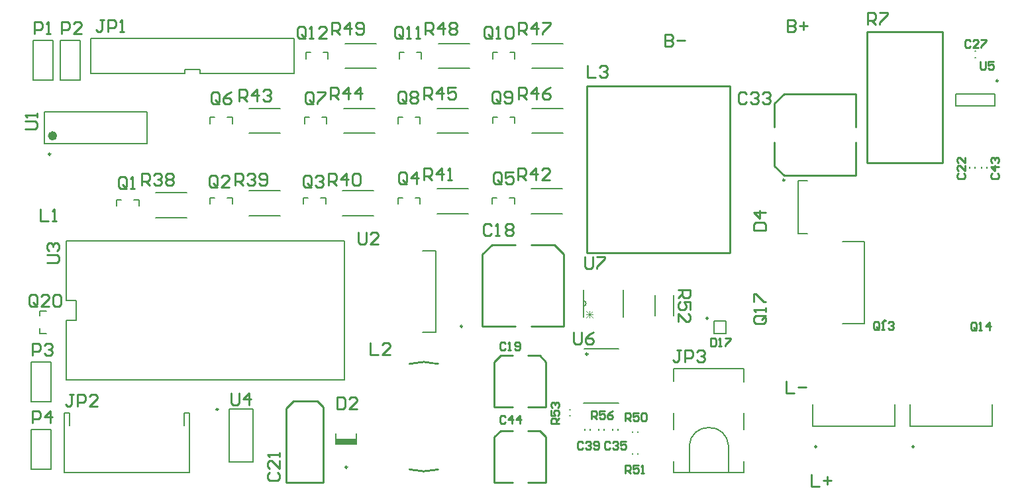
<source format=gto>
G04 Layer_Color=65535*
%FSAX24Y24*%
%MOIN*%
G70*
G01*
G75*
%ADD43C,0.0100*%
%ADD71C,0.0098*%
%ADD72C,0.0060*%
%ADD73C,0.0080*%
%ADD74C,0.0236*%
%ADD75C,0.0079*%
%ADD76C,0.0030*%
%ADD77R,0.1024X0.0306*%
D43*
X037737Y010688D02*
G03*
X039163Y010688I000713J002662D01*
G01*
Y016012D02*
G03*
X037737Y016012I-000713J-002662D01*
G01*
X043694Y010051D02*
X044599D01*
X043694Y012649D02*
X044284D01*
X042316D02*
X042906D01*
X042001Y010051D02*
X042906D01*
X042001Y012334D02*
X042316Y012649D01*
X042001Y010051D02*
Y012334D01*
X044284Y012649D02*
X044599Y012334D01*
Y010051D02*
Y012334D01*
X048575Y021600D02*
X053850D01*
Y030000D01*
X046650D02*
X053850D01*
X046650Y021600D02*
Y030000D01*
Y021600D02*
X048575D01*
X031510Y010050D02*
Y013770D01*
X033397Y010050D02*
X033400Y013850D01*
X031889Y014146D02*
X033100D01*
X033395Y013851D01*
X031510Y013767D02*
X031889Y014146D01*
X031510Y010050D02*
X033390D01*
X060750Y026150D02*
X061330D01*
X060750D02*
Y032750D01*
X064550D01*
Y026150D02*
Y032750D01*
X061330Y026150D02*
X064550D01*
X043844Y017903D02*
X045497D01*
X043844Y021997D02*
X045025D01*
X041875D02*
X043056D01*
X041403Y017903D02*
X043056D01*
X041403Y021525D02*
X041875Y021997D01*
X041403Y017903D02*
Y021525D01*
X045025Y021997D02*
X045497Y021525D01*
Y017903D02*
Y021525D01*
X060197Y027944D02*
Y029597D01*
X056103Y027944D02*
Y029125D01*
Y025975D02*
Y027156D01*
X060197Y025503D02*
Y027156D01*
X056103Y025975D02*
X056575Y025503D01*
X060197D01*
X056103Y029125D02*
X056575Y029597D01*
X060197D01*
X043694Y013826D02*
X044599D01*
X043694Y016424D02*
X044284D01*
X042316D02*
X042906D01*
X042001Y013826D02*
X042906D01*
X042001Y016109D02*
X042316Y016424D01*
X042001Y013826D02*
Y016109D01*
X044284Y016424D02*
X044599Y016109D01*
Y013826D02*
Y016109D01*
X042567Y013333D02*
X042500Y013400D01*
X042367D01*
X042300Y013333D01*
Y013067D01*
X042367Y013000D01*
X042500D01*
X042567Y013067D01*
X042900Y013000D02*
Y013400D01*
X042700Y013200D01*
X042966D01*
X043300Y013000D02*
Y013400D01*
X043100Y013200D01*
X043366D01*
X052900Y017300D02*
Y016900D01*
X053100D01*
X053167Y016967D01*
Y017233D01*
X053100Y017300D01*
X052900D01*
X053300Y016900D02*
X053433D01*
X053367D01*
Y017300D01*
X053300Y017233D01*
X053633Y017300D02*
X053900D01*
Y017233D01*
X053633Y016967D01*
Y016900D01*
X019150Y023800D02*
Y023200D01*
X019550D01*
X019750D02*
X019950D01*
X019850D01*
Y023800D01*
X019750Y023700D01*
X030700Y010550D02*
X030600Y010450D01*
Y010250D01*
X030700Y010150D01*
X031100D01*
X031200Y010250D01*
Y010450D01*
X031100Y010550D01*
X031200Y011150D02*
Y010750D01*
X030800Y011150D01*
X030700D01*
X030600Y011050D01*
Y010850D01*
X030700Y010750D01*
X031200Y011350D02*
Y011550D01*
Y011450D01*
X030600D01*
X030700Y011350D01*
X028750Y014550D02*
Y014050D01*
X028850Y013950D01*
X029050D01*
X029150Y014050D01*
Y014550D01*
X029650Y013950D02*
Y014550D01*
X029350Y014250D01*
X029750D01*
X041855Y022955D02*
X041755Y023055D01*
X041555D01*
X041455Y022955D01*
Y022555D01*
X041555Y022455D01*
X041755D01*
X041855Y022555D01*
X042055Y022455D02*
X042255D01*
X042155D01*
Y023055D01*
X042055Y022955D01*
X042555D02*
X042655Y023055D01*
X042855D01*
X042955Y022955D01*
Y022855D01*
X042855Y022755D01*
X042955Y022655D01*
Y022555D01*
X042855Y022455D01*
X042655D01*
X042555Y022555D01*
Y022655D01*
X042655Y022755D01*
X042555Y022855D01*
Y022955D01*
X042655Y022755D02*
X042855D01*
X042567Y017033D02*
X042500Y017100D01*
X042367D01*
X042300Y017033D01*
Y016767D01*
X042367Y016700D01*
X042500D01*
X042567Y016767D01*
X042700Y016700D02*
X042833D01*
X042767D01*
Y017100D01*
X042700Y017033D01*
X043033Y016767D02*
X043100Y016700D01*
X043233D01*
X043300Y016767D01*
Y017033D01*
X043233Y017100D01*
X043100D01*
X043033Y017033D01*
Y016967D01*
X043100Y016900D01*
X043300D01*
X065967Y032283D02*
X065900Y032350D01*
X065767D01*
X065700Y032283D01*
Y032017D01*
X065767Y031950D01*
X065900D01*
X065967Y032017D01*
X066366Y031950D02*
X066100D01*
X066366Y032217D01*
Y032283D01*
X066300Y032350D01*
X066167D01*
X066100Y032283D01*
X066500Y032350D02*
X066766D01*
Y032283D01*
X066500Y032017D01*
Y031950D01*
X054700Y029600D02*
X054600Y029700D01*
X054400D01*
X054300Y029600D01*
Y029200D01*
X054400Y029100D01*
X054600D01*
X054700Y029200D01*
X054900Y029600D02*
X055000Y029700D01*
X055200D01*
X055300Y029600D01*
Y029500D01*
X055200Y029400D01*
X055100D01*
X055200D01*
X055300Y029300D01*
Y029200D01*
X055200Y029100D01*
X055000D01*
X054900Y029200D01*
X055500Y029600D02*
X055600Y029700D01*
X055800D01*
X055899Y029600D01*
Y029500D01*
X055800Y029400D01*
X055700D01*
X055800D01*
X055899Y029300D01*
Y029200D01*
X055800Y029100D01*
X055600D01*
X055500Y029200D01*
X047817Y012033D02*
X047750Y012100D01*
X047617D01*
X047550Y012033D01*
Y011767D01*
X047617Y011700D01*
X047750D01*
X047817Y011767D01*
X047950Y012033D02*
X048017Y012100D01*
X048150D01*
X048216Y012033D01*
Y011967D01*
X048150Y011900D01*
X048083D01*
X048150D01*
X048216Y011833D01*
Y011767D01*
X048150Y011700D01*
X048017D01*
X047950Y011767D01*
X048616Y012100D02*
X048350D01*
Y011900D01*
X048483Y011967D01*
X048550D01*
X048616Y011900D01*
Y011767D01*
X048550Y011700D01*
X048416D01*
X048350Y011767D01*
X046467Y012033D02*
X046400Y012100D01*
X046267D01*
X046200Y012033D01*
Y011767D01*
X046267Y011700D01*
X046400D01*
X046467Y011767D01*
X046600Y012033D02*
X046667Y012100D01*
X046800D01*
X046866Y012033D01*
Y011967D01*
X046800Y011900D01*
X046733D01*
X046800D01*
X046866Y011833D01*
Y011767D01*
X046800Y011700D01*
X046667D01*
X046600Y011767D01*
X047000D02*
X047066Y011700D01*
X047200D01*
X047266Y011767D01*
Y012033D01*
X047200Y012100D01*
X047066D01*
X047000Y012033D01*
Y011967D01*
X047066Y011900D01*
X047266D01*
X034085Y014335D02*
Y013735D01*
X034385D01*
X034485Y013835D01*
Y014235D01*
X034385Y014335D01*
X034085D01*
X035085Y013735D02*
X034685D01*
X035085Y014135D01*
Y014235D01*
X034985Y014335D01*
X034785D01*
X034685Y014235D01*
X055050Y022750D02*
X055650D01*
Y023050D01*
X055550Y023150D01*
X055150D01*
X055050Y023050D01*
Y022750D01*
X055650Y023650D02*
X055050D01*
X055350Y023350D01*
Y023750D01*
X022350Y033350D02*
X022150D01*
X022250D01*
Y032850D01*
X022150Y032750D01*
X022050D01*
X021950Y032850D01*
X022550Y032750D02*
Y033350D01*
X022850D01*
X022950Y033250D01*
Y033050D01*
X022850Y032950D01*
X022550D01*
X023150Y032750D02*
X023350D01*
X023250D01*
Y033350D01*
X023150Y033250D01*
X020810Y014470D02*
X020610D01*
X020710D01*
Y013970D01*
X020610Y013870D01*
X020510D01*
X020410Y013970D01*
X021010Y013870D02*
Y014470D01*
X021310D01*
X021410Y014370D01*
Y014170D01*
X021310Y014070D01*
X021010D01*
X022009Y013870D02*
X021610D01*
X022009Y014270D01*
Y014370D01*
X021910Y014470D01*
X021710D01*
X021610Y014370D01*
X035755Y017055D02*
Y016455D01*
X036155D01*
X036755D02*
X036355D01*
X036755Y016855D01*
Y016955D01*
X036655Y017055D01*
X036455D01*
X036355Y016955D01*
X046700Y031050D02*
Y030450D01*
X047100D01*
X047300Y030950D02*
X047400Y031050D01*
X047600D01*
X047700Y030950D01*
Y030850D01*
X047600Y030750D01*
X047500D01*
X047600D01*
X047700Y030650D01*
Y030550D01*
X047600Y030450D01*
X047400D01*
X047300Y030550D01*
X018865Y032635D02*
Y033235D01*
X019165D01*
X019265Y033135D01*
Y032935D01*
X019165Y032835D01*
X018865D01*
X019465Y032635D02*
X019665D01*
X019565D01*
Y033235D01*
X019465Y033135D01*
X020215Y032635D02*
Y033235D01*
X020515D01*
X020615Y033135D01*
Y032935D01*
X020515Y032835D01*
X020215D01*
X021215Y032635D02*
X020815D01*
X021215Y033035D01*
Y033135D01*
X021115Y033235D01*
X020915D01*
X020815Y033135D01*
X018765Y016435D02*
Y017035D01*
X019065D01*
X019165Y016935D01*
Y016735D01*
X019065Y016635D01*
X018765D01*
X019365Y016935D02*
X019465Y017035D01*
X019665D01*
X019765Y016935D01*
Y016835D01*
X019665Y016735D01*
X019565D01*
X019665D01*
X019765Y016635D01*
Y016535D01*
X019665Y016435D01*
X019465D01*
X019365Y016535D01*
X018760Y013040D02*
Y013640D01*
X019060D01*
X019160Y013540D01*
Y013340D01*
X019060Y013240D01*
X018760D01*
X019660Y013040D02*
Y013640D01*
X019360Y013340D01*
X019760D01*
X023500Y024941D02*
Y025341D01*
X023400Y025441D01*
X023200D01*
X023100Y025341D01*
Y024941D01*
X023200Y024841D01*
X023400D01*
X023300Y025041D02*
X023500Y024841D01*
X023400D02*
X023500Y024941D01*
X023700Y024841D02*
X023900D01*
X023800D01*
Y025441D01*
X023700Y025341D01*
X028050Y025000D02*
Y025400D01*
X027950Y025500D01*
X027750D01*
X027650Y025400D01*
Y025000D01*
X027750Y024900D01*
X027950D01*
X027850Y025100D02*
X028050Y024900D01*
X027950D02*
X028050Y025000D01*
X028650Y024900D02*
X028250D01*
X028650Y025300D01*
Y025400D01*
X028550Y025500D01*
X028350D01*
X028250Y025400D01*
X032800Y025000D02*
Y025400D01*
X032700Y025500D01*
X032500D01*
X032400Y025400D01*
Y025000D01*
X032500Y024900D01*
X032700D01*
X032600Y025100D02*
X032800Y024900D01*
X032700D02*
X032800Y025000D01*
X033000Y025400D02*
X033100Y025500D01*
X033300D01*
X033400Y025400D01*
Y025300D01*
X033300Y025200D01*
X033200D01*
X033300D01*
X033400Y025100D01*
Y025000D01*
X033300Y024900D01*
X033100D01*
X033000Y025000D01*
X037605Y025165D02*
Y025565D01*
X037505Y025665D01*
X037305D01*
X037205Y025565D01*
Y025165D01*
X037305Y025065D01*
X037505D01*
X037405Y025265D02*
X037605Y025065D01*
X037505D02*
X037605Y025165D01*
X038105Y025065D02*
Y025665D01*
X037805Y025365D01*
X038205D01*
X042355Y025165D02*
Y025565D01*
X042255Y025665D01*
X042055D01*
X041955Y025565D01*
Y025165D01*
X042055Y025065D01*
X042255D01*
X042155Y025265D02*
X042355Y025065D01*
X042255D02*
X042355Y025165D01*
X042955Y025665D02*
X042555D01*
Y025365D01*
X042755Y025465D01*
X042855D01*
X042955Y025365D01*
Y025165D01*
X042855Y025065D01*
X042655D01*
X042555Y025165D01*
X028155Y029215D02*
Y029615D01*
X028055Y029715D01*
X027855D01*
X027755Y029615D01*
Y029215D01*
X027855Y029115D01*
X028055D01*
X027955Y029315D02*
X028155Y029115D01*
X028055D02*
X028155Y029215D01*
X028755Y029715D02*
X028555Y029615D01*
X028355Y029415D01*
Y029215D01*
X028455Y029115D01*
X028655D01*
X028755Y029215D01*
Y029315D01*
X028655Y029415D01*
X028355D01*
X032905Y029215D02*
Y029615D01*
X032805Y029715D01*
X032605D01*
X032505Y029615D01*
Y029215D01*
X032605Y029115D01*
X032805D01*
X032705Y029315D02*
X032905Y029115D01*
X032805D02*
X032905Y029215D01*
X033105Y029715D02*
X033505D01*
Y029615D01*
X033105Y029215D01*
Y029115D01*
X037550Y029250D02*
Y029650D01*
X037450Y029750D01*
X037250D01*
X037150Y029650D01*
Y029250D01*
X037250Y029150D01*
X037450D01*
X037350Y029350D02*
X037550Y029150D01*
X037450D02*
X037550Y029250D01*
X037750Y029650D02*
X037850Y029750D01*
X038050D01*
X038150Y029650D01*
Y029550D01*
X038050Y029450D01*
X038150Y029350D01*
Y029250D01*
X038050Y029150D01*
X037850D01*
X037750Y029250D01*
Y029350D01*
X037850Y029450D01*
X037750Y029550D01*
Y029650D01*
X037850Y029450D02*
X038050D01*
X042300Y029250D02*
Y029650D01*
X042200Y029750D01*
X042000D01*
X041900Y029650D01*
Y029250D01*
X042000Y029150D01*
X042200D01*
X042100Y029350D02*
X042300Y029150D01*
X042200D02*
X042300Y029250D01*
X042500D02*
X042600Y029150D01*
X042800D01*
X042900Y029250D01*
Y029650D01*
X042800Y029750D01*
X042600D01*
X042500Y029650D01*
Y029550D01*
X042600Y029450D01*
X042900D01*
X041873Y032514D02*
Y032914D01*
X041773Y033014D01*
X041573D01*
X041473Y032914D01*
Y032514D01*
X041573Y032414D01*
X041773D01*
X041673Y032614D02*
X041873Y032414D01*
X041773D02*
X041873Y032514D01*
X042073Y032414D02*
X042273D01*
X042173D01*
Y033014D01*
X042073Y032914D01*
X042572D02*
X042672Y033014D01*
X042872D01*
X042972Y032914D01*
Y032514D01*
X042872Y032414D01*
X042672D01*
X042572Y032514D01*
Y032914D01*
X037373Y032514D02*
Y032914D01*
X037273Y033014D01*
X037073D01*
X036973Y032914D01*
Y032514D01*
X037073Y032414D01*
X037273D01*
X037173Y032614D02*
X037373Y032414D01*
X037273D02*
X037373Y032514D01*
X037573Y032414D02*
X037773D01*
X037673D01*
Y033014D01*
X037573Y032914D01*
X038072Y032414D02*
X038272D01*
X038172D01*
Y033014D01*
X038072Y032914D01*
X032473Y032514D02*
Y032914D01*
X032373Y033014D01*
X032173D01*
X032073Y032914D01*
Y032514D01*
X032173Y032414D01*
X032373D01*
X032273Y032614D02*
X032473Y032414D01*
X032373D02*
X032473Y032514D01*
X032673Y032414D02*
X032873D01*
X032773D01*
Y033014D01*
X032673Y032914D01*
X033572Y032414D02*
X033172D01*
X033572Y032814D01*
Y032914D01*
X033472Y033014D01*
X033272D01*
X033172Y032914D01*
X061367Y017817D02*
Y018083D01*
X061300Y018150D01*
X061167D01*
X061100Y018083D01*
Y017817D01*
X061167Y017750D01*
X061300D01*
X061233Y017883D02*
X061367Y017750D01*
X061300D02*
X061367Y017817D01*
X061500Y017750D02*
X061633D01*
X061567D01*
Y018150D01*
X061500Y018083D01*
X061833D02*
X061900Y018150D01*
X062033D01*
X062100Y018083D01*
Y018017D01*
X062033Y017950D01*
X061966D01*
X062033D01*
X062100Y017883D01*
Y017817D01*
X062033Y017750D01*
X061900D01*
X061833Y017817D01*
X066267Y017767D02*
Y018033D01*
X066200Y018100D01*
X066067D01*
X066000Y018033D01*
Y017767D01*
X066067Y017700D01*
X066200D01*
X066133Y017833D02*
X066267Y017700D01*
X066200D02*
X066267Y017767D01*
X066400Y017700D02*
X066533D01*
X066467D01*
Y018100D01*
X066400Y018033D01*
X066933Y017700D02*
Y018100D01*
X066733Y017900D01*
X067000D01*
X055550Y018450D02*
X055150D01*
X055050Y018350D01*
Y018150D01*
X055150Y018050D01*
X055550D01*
X055650Y018150D01*
Y018350D01*
X055450Y018250D02*
X055650Y018450D01*
Y018350D02*
X055550Y018450D01*
X055650Y018650D02*
Y018850D01*
Y018750D01*
X055050D01*
X055150Y018650D01*
X055050Y019150D02*
Y019550D01*
X055150D01*
X055550Y019150D01*
X055650D01*
X019000Y019000D02*
Y019400D01*
X018900Y019500D01*
X018700D01*
X018600Y019400D01*
Y019000D01*
X018700Y018900D01*
X018900D01*
X018800Y019100D02*
X019000Y018900D01*
X018900D02*
X019000Y019000D01*
X019600Y018900D02*
X019200D01*
X019600Y019300D01*
Y019400D01*
X019500Y019500D01*
X019300D01*
X019200Y019400D01*
X019800D02*
X019900Y019500D01*
X020100D01*
X020199Y019400D01*
Y019000D01*
X020100Y018900D01*
X019900D01*
X019800Y019000D01*
Y019400D01*
X060795Y033095D02*
Y033695D01*
X061095D01*
X061195Y033595D01*
Y033395D01*
X061095Y033295D01*
X060795D01*
X060995D02*
X061195Y033095D01*
X061395Y033695D02*
X061795D01*
Y033595D01*
X061395Y033195D01*
Y033095D01*
X024250Y025000D02*
Y025600D01*
X024550D01*
X024650Y025500D01*
Y025300D01*
X024550Y025200D01*
X024250D01*
X024450D02*
X024650Y025000D01*
X024850Y025500D02*
X024950Y025600D01*
X025150D01*
X025250Y025500D01*
Y025400D01*
X025150Y025300D01*
X025050D01*
X025150D01*
X025250Y025200D01*
Y025100D01*
X025150Y025000D01*
X024950D01*
X024850Y025100D01*
X025450Y025500D02*
X025550Y025600D01*
X025750D01*
X025849Y025500D01*
Y025400D01*
X025750Y025300D01*
X025849Y025200D01*
Y025100D01*
X025750Y025000D01*
X025550D01*
X025450Y025100D01*
Y025200D01*
X025550Y025300D01*
X025450Y025400D01*
Y025500D01*
X025550Y025300D02*
X025750D01*
X028950Y025000D02*
Y025600D01*
X029250D01*
X029350Y025500D01*
Y025300D01*
X029250Y025200D01*
X028950D01*
X029150D02*
X029350Y025000D01*
X029550Y025500D02*
X029650Y025600D01*
X029850D01*
X029950Y025500D01*
Y025400D01*
X029850Y025300D01*
X029750D01*
X029850D01*
X029950Y025200D01*
Y025100D01*
X029850Y025000D01*
X029650D01*
X029550Y025100D01*
X030150D02*
X030250Y025000D01*
X030450D01*
X030549Y025100D01*
Y025500D01*
X030450Y025600D01*
X030250D01*
X030150Y025500D01*
Y025400D01*
X030250Y025300D01*
X030549D01*
X033650Y025000D02*
Y025600D01*
X033950D01*
X034050Y025500D01*
Y025300D01*
X033950Y025200D01*
X033650D01*
X033850D02*
X034050Y025000D01*
X034550D02*
Y025600D01*
X034250Y025300D01*
X034650D01*
X034850Y025500D02*
X034950Y025600D01*
X035150D01*
X035249Y025500D01*
Y025100D01*
X035150Y025000D01*
X034950D01*
X034850Y025100D01*
Y025500D01*
X038450Y025280D02*
Y025880D01*
X038750D01*
X038850Y025780D01*
Y025580D01*
X038750Y025480D01*
X038450D01*
X038650D02*
X038850Y025280D01*
X039350D02*
Y025880D01*
X039050Y025580D01*
X039450D01*
X039650Y025280D02*
X039850D01*
X039750D01*
Y025880D01*
X039650Y025780D01*
X043200Y025280D02*
Y025880D01*
X043500D01*
X043600Y025780D01*
Y025580D01*
X043500Y025480D01*
X043200D01*
X043400D02*
X043600Y025280D01*
X044100D02*
Y025880D01*
X043800Y025580D01*
X044200D01*
X044799Y025280D02*
X044400D01*
X044799Y025680D01*
Y025780D01*
X044700Y025880D01*
X044500D01*
X044400Y025780D01*
X029150Y029250D02*
Y029850D01*
X029450D01*
X029550Y029750D01*
Y029550D01*
X029450Y029450D01*
X029150D01*
X029350D02*
X029550Y029250D01*
X030050D02*
Y029850D01*
X029750Y029550D01*
X030150D01*
X030350Y029750D02*
X030450Y029850D01*
X030650D01*
X030749Y029750D01*
Y029650D01*
X030650Y029550D01*
X030550D01*
X030650D01*
X030749Y029450D01*
Y029350D01*
X030650Y029250D01*
X030450D01*
X030350Y029350D01*
X033750Y029330D02*
Y029930D01*
X034050D01*
X034150Y029830D01*
Y029630D01*
X034050Y029530D01*
X033750D01*
X033950D02*
X034150Y029330D01*
X034650D02*
Y029930D01*
X034350Y029630D01*
X034750D01*
X035250Y029330D02*
Y029930D01*
X034950Y029630D01*
X035349D01*
X038450Y029330D02*
Y029930D01*
X038750D01*
X038850Y029830D01*
Y029630D01*
X038750Y029530D01*
X038450D01*
X038650D02*
X038850Y029330D01*
X039350D02*
Y029930D01*
X039050Y029630D01*
X039450D01*
X040049Y029930D02*
X039650D01*
Y029630D01*
X039850Y029730D01*
X039950D01*
X040049Y029630D01*
Y029430D01*
X039950Y029330D01*
X039750D01*
X039650Y029430D01*
X043223Y029344D02*
Y029944D01*
X043523D01*
X043623Y029844D01*
Y029644D01*
X043523Y029544D01*
X043223D01*
X043423D02*
X043623Y029344D01*
X044123D02*
Y029944D01*
X043823Y029644D01*
X044223D01*
X044822Y029944D02*
X044622Y029844D01*
X044422Y029644D01*
Y029444D01*
X044522Y029344D01*
X044722D01*
X044822Y029444D01*
Y029544D01*
X044722Y029644D01*
X044422D01*
X043223Y032594D02*
Y033194D01*
X043523D01*
X043623Y033094D01*
Y032894D01*
X043523Y032794D01*
X043223D01*
X043423D02*
X043623Y032594D01*
X044123D02*
Y033194D01*
X043823Y032894D01*
X044223D01*
X044422Y033194D02*
X044822D01*
Y033094D01*
X044422Y032694D01*
Y032594D01*
X038523D02*
Y033194D01*
X038823D01*
X038923Y033094D01*
Y032894D01*
X038823Y032794D01*
X038523D01*
X038723D02*
X038923Y032594D01*
X039423D02*
Y033194D01*
X039123Y032894D01*
X039523D01*
X039722Y033094D02*
X039822Y033194D01*
X040022D01*
X040122Y033094D01*
Y032994D01*
X040022Y032894D01*
X040122Y032794D01*
Y032694D01*
X040022Y032594D01*
X039822D01*
X039722Y032694D01*
Y032794D01*
X039822Y032894D01*
X039722Y032994D01*
Y033094D01*
X039822Y032894D02*
X040022D01*
X033823Y032594D02*
Y033194D01*
X034123D01*
X034223Y033094D01*
Y032894D01*
X034123Y032794D01*
X033823D01*
X034023D02*
X034223Y032594D01*
X034723D02*
Y033194D01*
X034423Y032894D01*
X034823D01*
X035022Y032694D02*
X035122Y032594D01*
X035322D01*
X035422Y032694D01*
Y033094D01*
X035322Y033194D01*
X035122D01*
X035022Y033094D01*
Y032994D01*
X035122Y032894D01*
X035422D01*
X048600Y013150D02*
Y013550D01*
X048800D01*
X048867Y013483D01*
Y013350D01*
X048800Y013283D01*
X048600D01*
X048733D02*
X048867Y013150D01*
X049266Y013550D02*
X049000D01*
Y013350D01*
X049133Y013417D01*
X049200D01*
X049266Y013350D01*
Y013217D01*
X049200Y013150D01*
X049067D01*
X049000Y013217D01*
X049400Y013483D02*
X049466Y013550D01*
X049600D01*
X049666Y013483D01*
Y013217D01*
X049600Y013150D01*
X049466D01*
X049400Y013217D01*
Y013483D01*
X048600Y010500D02*
Y010900D01*
X048800D01*
X048867Y010833D01*
Y010700D01*
X048800Y010633D01*
X048600D01*
X048733D02*
X048867Y010500D01*
X049266Y010900D02*
X049000D01*
Y010700D01*
X049133Y010767D01*
X049200D01*
X049266Y010700D01*
Y010567D01*
X049200Y010500D01*
X049067D01*
X049000Y010567D01*
X049400Y010500D02*
X049533D01*
X049466D01*
Y010900D01*
X049400Y010833D01*
X051250Y019750D02*
X051850D01*
Y019450D01*
X051750Y019350D01*
X051550D01*
X051450Y019450D01*
Y019750D01*
Y019550D02*
X051250Y019350D01*
X051850Y018750D02*
Y019150D01*
X051550D01*
X051650Y018950D01*
Y018850D01*
X051550Y018750D01*
X051350D01*
X051250Y018850D01*
Y019050D01*
X051350Y019150D01*
X051250Y018151D02*
Y018550D01*
X051650Y018151D01*
X051750D01*
X051850Y018250D01*
Y018450D01*
X051750Y018550D01*
X045250Y013000D02*
X044850D01*
Y013200D01*
X044917Y013267D01*
X045050D01*
X045117Y013200D01*
Y013000D01*
Y013133D02*
X045250Y013267D01*
X044850Y013666D02*
Y013400D01*
X045050D01*
X044983Y013533D01*
Y013600D01*
X045050Y013666D01*
X045183D01*
X045250Y013600D01*
Y013467D01*
X045183Y013400D01*
X044917Y013800D02*
X044850Y013866D01*
Y014000D01*
X044917Y014066D01*
X044983D01*
X045050Y014000D01*
Y013933D01*
Y014000D01*
X045117Y014066D01*
X045183D01*
X045250Y014000D01*
Y013866D01*
X045183Y013800D01*
X046900Y013250D02*
Y013650D01*
X047100D01*
X047167Y013583D01*
Y013450D01*
X047100Y013383D01*
X046900D01*
X047033D02*
X047167Y013250D01*
X047566Y013650D02*
X047300D01*
Y013450D01*
X047433Y013517D01*
X047500D01*
X047566Y013450D01*
Y013317D01*
X047500Y013250D01*
X047367D01*
X047300Y013317D01*
X047966Y013650D02*
X047833Y013583D01*
X047700Y013450D01*
Y013317D01*
X047766Y013250D01*
X047900D01*
X047966Y013317D01*
Y013383D01*
X047900Y013450D01*
X047700D01*
X018400Y027850D02*
X018900D01*
X019000Y027950D01*
Y028150D01*
X018900Y028250D01*
X018400D01*
X019000Y028450D02*
Y028650D01*
Y028550D01*
X018400D01*
X018500Y028450D01*
X035140Y022650D02*
Y022150D01*
X035240Y022050D01*
X035440D01*
X035540Y022150D01*
Y022650D01*
X036140Y022050D02*
X035740D01*
X036140Y022450D01*
Y022550D01*
X036040Y022650D01*
X035840D01*
X035740Y022550D01*
X019500Y021100D02*
X020000D01*
X020100Y021200D01*
Y021400D01*
X020000Y021500D01*
X019500D01*
X019600Y021700D02*
X019500Y021800D01*
Y022000D01*
X019600Y022100D01*
X019700D01*
X019800Y022000D01*
Y021900D01*
Y022000D01*
X019900Y022100D01*
X020000D01*
X020100Y022000D01*
Y021800D01*
X020000Y021700D01*
X066450Y031250D02*
Y030917D01*
X066517Y030850D01*
X066650D01*
X066717Y030917D01*
Y031250D01*
X067116D02*
X066850D01*
Y031050D01*
X066983Y031117D01*
X067050D01*
X067116Y031050D01*
Y030917D01*
X067050Y030850D01*
X066917D01*
X066850Y030917D01*
X046000Y017600D02*
Y017100D01*
X046100Y017000D01*
X046300D01*
X046400Y017100D01*
Y017600D01*
X047000D02*
X046800Y017500D01*
X046600Y017300D01*
Y017100D01*
X046700Y017000D01*
X046900D01*
X047000Y017100D01*
Y017200D01*
X046900Y017300D01*
X046600D01*
X046560Y021390D02*
Y020890D01*
X046660Y020790D01*
X046860D01*
X046960Y020890D01*
Y021390D01*
X047160D02*
X047560D01*
Y021290D01*
X047160Y020890D01*
Y020790D01*
X051400Y016700D02*
X051200D01*
X051300D01*
Y016200D01*
X051200Y016100D01*
X051100D01*
X051000Y016200D01*
X051600Y016100D02*
Y016700D01*
X051900D01*
X052000Y016600D01*
Y016400D01*
X051900Y016300D01*
X051600D01*
X052200Y016600D02*
X052300Y016700D01*
X052500D01*
X052599Y016600D01*
Y016500D01*
X052500Y016400D01*
X052400D01*
X052500D01*
X052599Y016300D01*
Y016200D01*
X052500Y016100D01*
X052300D01*
X052200Y016200D01*
X065367Y025617D02*
X065300Y025550D01*
Y025417D01*
X065367Y025350D01*
X065633D01*
X065700Y025417D01*
Y025550D01*
X065633Y025617D01*
X065700Y026016D02*
Y025750D01*
X065433Y026016D01*
X065367D01*
X065300Y025950D01*
Y025817D01*
X065367Y025750D01*
X065700Y026416D02*
Y026150D01*
X065433Y026416D01*
X065367D01*
X065300Y026350D01*
Y026216D01*
X065367Y026150D01*
X067067Y025617D02*
X067000Y025550D01*
Y025417D01*
X067067Y025350D01*
X067333D01*
X067400Y025417D01*
Y025550D01*
X067333Y025617D01*
X067400Y025950D02*
X067000D01*
X067200Y025750D01*
Y026016D01*
X067067Y026150D02*
X067000Y026216D01*
Y026350D01*
X067067Y026416D01*
X067133D01*
X067200Y026350D01*
Y026283D01*
Y026350D01*
X067267Y026416D01*
X067333D01*
X067400Y026350D01*
Y026216D01*
X067333Y026150D01*
X056700Y015150D02*
Y014550D01*
X057100D01*
X057300Y014850D02*
X057700D01*
X057950Y010450D02*
Y009850D01*
X058350D01*
X058550Y010150D02*
X058950D01*
X058750Y010350D02*
Y009950D01*
X050600Y032600D02*
Y032000D01*
X050900D01*
X051000Y032100D01*
Y032200D01*
X050900Y032300D01*
X050600D01*
X050900D01*
X051000Y032400D01*
Y032500D01*
X050900Y032600D01*
X050600D01*
X051200Y032300D02*
X051600D01*
X056750Y033350D02*
Y032750D01*
X057050D01*
X057150Y032850D01*
Y032950D01*
X057050Y033050D01*
X056750D01*
X057050D01*
X057150Y033150D01*
Y033250D01*
X057050Y033350D01*
X056750D01*
X057350Y033050D02*
X057750D01*
X057550Y033250D02*
Y032850D01*
D71*
X052756Y018307D02*
G03*
X052756Y018307I-000049J000000D01*
G01*
X028098Y013719D02*
G03*
X028098Y013719I-000049J000000D01*
G01*
X058226Y011839D02*
G03*
X058226Y011839I-000049J000000D01*
G01*
X063126D02*
G03*
X063126Y011839I-000049J000000D01*
G01*
X034599Y010802D02*
G03*
X034599Y010802I-000049J000000D01*
G01*
X040392Y017898D02*
G03*
X040392Y017898I-000049J000000D01*
G01*
X019667Y026571D02*
G03*
X019667Y026571I-000049J000000D01*
G01*
X067354Y030265D02*
G03*
X067354Y030265I-000049J000000D01*
G01*
X046701Y016502D02*
G03*
X046701Y016502I-000049J000000D01*
G01*
X061710Y018177D02*
G03*
X061710Y018177I-000049J000000D01*
G01*
X056615Y025264D02*
G03*
X056615Y025264I-000049J000000D01*
G01*
D72*
X046495Y018930D02*
G03*
X046495Y019170I000000J000120D01*
G01*
X048505Y018354D02*
Y019746D01*
X046495Y018354D02*
Y019746D01*
D73*
X052800Y012800D02*
G03*
X051810Y011900I-000045J-000945D01*
G01*
X053784D02*
G03*
X052800Y012800I-000942J-000042D01*
G01*
X031918Y030622D02*
Y032400D01*
X026406Y030622D02*
Y030818D01*
X027200Y030622D02*
Y030818D01*
X026406D02*
X027200D01*
X021682Y030622D02*
X026406D01*
X027200D02*
X031918D01*
X021682Y032400D02*
X031918D01*
X021682Y030622D02*
Y032400D01*
X032449Y028430D02*
X032685D01*
X032449Y028111D02*
Y028430D01*
X033320D02*
X033560D01*
Y028111D02*
Y028430D01*
X028810Y028111D02*
Y028430D01*
X028570D02*
X028810D01*
X027699Y028111D02*
Y028430D01*
X027935D01*
X041899Y024380D02*
X042135D01*
X041899Y024061D02*
Y024380D01*
X042770D02*
X043010D01*
Y024061D02*
Y024380D01*
X038260Y024061D02*
Y024380D01*
X038020D02*
X038260D01*
X037149Y024061D02*
Y024380D01*
X037385D01*
X026652Y010530D02*
Y013530D01*
X020350Y010530D02*
X026650D01*
X020350D02*
Y013530D01*
X026396D02*
X026652D01*
X020350D02*
X020610D01*
X026396Y012900D02*
Y013530D01*
X020610Y012900D02*
Y013530D01*
X051020Y015760D02*
X054572D01*
X051020Y010522D02*
X051810D01*
X053784D01*
X054572D01*
X051810D02*
Y011900D01*
X053784Y010522D02*
Y011900D01*
X051020Y010522D02*
Y011113D01*
Y012690D02*
Y013520D01*
Y015130D02*
Y015760D01*
X054572Y015090D02*
Y015760D01*
Y012690D02*
Y013520D01*
Y010522D02*
Y011113D01*
X019120Y017549D02*
Y017785D01*
Y017549D02*
X019439D01*
X019120Y018420D02*
Y018660D01*
X019439D01*
X028810Y024061D02*
Y024380D01*
X028570D02*
X028810D01*
X027699Y024061D02*
Y024380D01*
X027935D01*
X022999Y024280D02*
X023235D01*
X022999Y023961D02*
Y024280D01*
X023870D02*
X024110D01*
Y023961D02*
Y024280D01*
X032399Y024380D02*
X032635D01*
X032399Y024061D02*
Y024380D01*
X033270D02*
X033510D01*
Y024061D02*
Y024380D01*
X037222Y031694D02*
X037458D01*
X037222Y031375D02*
Y031694D01*
X038093D02*
X038333D01*
Y031375D02*
Y031694D01*
X043033Y031375D02*
Y031694D01*
X042793D02*
X043033D01*
X041922Y031375D02*
Y031694D01*
X042158D01*
X033633Y031375D02*
Y031694D01*
X033393D02*
X033633D01*
X032522Y031375D02*
Y031694D01*
X032758D01*
X020950Y018200D02*
Y019200D01*
X020450D02*
X020950D01*
X020450D02*
Y022200D01*
X034450D01*
Y015200D02*
Y022200D01*
X020450Y015200D02*
X034450D01*
X020450D02*
Y018200D01*
X020950D01*
X041922Y028444D02*
X042158D01*
X041922Y028125D02*
Y028444D01*
X042793D02*
X043033D01*
Y028125D02*
Y028444D01*
X038260Y028111D02*
Y028430D01*
X038020D02*
X038260D01*
X037149Y028111D02*
Y028430D01*
X037385D01*
D74*
X019883Y027496D02*
G03*
X019883Y027496I-000118J000000D01*
G01*
D75*
X053657Y017535D02*
Y018165D01*
X053043Y017535D02*
X053657D01*
X053043Y018165D02*
X053657D01*
X053043Y017535D02*
Y018165D01*
X028659Y011081D02*
Y013719D01*
X029841Y011081D02*
Y013719D01*
X028659D02*
X029841D01*
X028659Y011081D02*
X029841D01*
X029663Y027630D02*
X031237D01*
X029663Y028870D02*
X031237D01*
X066188Y025880D02*
Y025920D01*
X065912Y025880D02*
Y025920D01*
X066788Y025880D02*
Y025920D01*
X066512Y025880D02*
Y025920D01*
X048238Y012680D02*
Y012720D01*
X047962Y012680D02*
Y012720D01*
X049238Y012556D02*
Y012595D01*
X048962Y012556D02*
Y012595D01*
X047262Y012680D02*
Y012720D01*
X047538Y012680D02*
Y012720D01*
X045780Y013412D02*
X045820D01*
X045780Y013688D02*
X045820D01*
X062167Y012863D02*
Y013965D01*
X058033Y012863D02*
X062167D01*
X058033D02*
Y013965D01*
X067067Y012863D02*
Y013965D01*
X062933Y012863D02*
X067067D01*
X062933D02*
Y013965D01*
X020150Y030300D02*
Y032300D01*
Y030300D02*
X021150D01*
Y032300D01*
X020150D02*
X021150D01*
X034485Y030894D02*
X036060D01*
X034485Y032134D02*
X036060D01*
X039185Y030894D02*
X040760D01*
X039185Y032134D02*
X040760D01*
X018800Y030300D02*
Y032300D01*
Y030300D02*
X019800D01*
Y032300D01*
X018800D02*
X019800D01*
X043885Y030894D02*
X045460D01*
X043885Y032134D02*
X045460D01*
X043885Y027644D02*
X045460D01*
X043885Y028884D02*
X045460D01*
X039113Y027630D02*
X040687D01*
X039113Y028870D02*
X040687D01*
X034413Y027630D02*
X035987D01*
X034413Y028870D02*
X035987D01*
X043863Y023580D02*
X045437D01*
X043863Y024820D02*
X045437D01*
X039113Y023580D02*
X040687D01*
X039113Y024820D02*
X040687D01*
X019700Y010700D02*
Y012700D01*
X018700D02*
X019700D01*
X018700Y010700D02*
Y012700D01*
Y010700D02*
X019700D01*
X018700Y014100D02*
Y016100D01*
Y014100D02*
X019700D01*
Y016100D01*
X018700D02*
X019700D01*
X034038Y011964D02*
Y012489D01*
Y011964D02*
X035062D01*
Y012489D01*
X039063Y017603D02*
Y021697D01*
X038394D02*
X039063D01*
X038394Y017603D02*
X039063D01*
X066180Y031757D02*
X066220D01*
X066180Y031443D02*
X066220D01*
X046838Y012680D02*
Y012720D01*
X046562Y012680D02*
Y012720D01*
X048962Y011456D02*
Y011495D01*
X049238Y011456D02*
Y011495D01*
X019371Y027103D02*
X024529D01*
X019371Y028697D02*
X024529D01*
X019371Y027103D02*
Y028697D01*
X024529Y027103D02*
Y028697D01*
X024963Y023380D02*
X026537D01*
X024963Y024620D02*
X026537D01*
X029663Y023480D02*
X031237D01*
X029663Y024720D02*
X031237D01*
X034363Y023480D02*
X035937D01*
X034363Y024720D02*
X035937D01*
X065216Y028985D02*
Y029615D01*
X067184Y028985D02*
Y029615D01*
X065216Y028985D02*
X067184D01*
X065216Y029615D02*
X067184D01*
X050078Y018419D02*
Y019482D01*
X051022Y018419D02*
Y019482D01*
X046534Y016778D02*
X048266D01*
X046494Y014022D02*
X048266D01*
X059535Y022167D02*
X060637D01*
Y018033D02*
Y022167D01*
X059535Y018033D02*
X060637D01*
X057285Y025219D02*
X057747D01*
X057285Y022581D02*
Y025219D01*
Y022581D02*
X057747D01*
D76*
X046611Y018341D02*
X046944Y018675D01*
Y018341D02*
X046611Y018675D01*
X046778Y018341D02*
Y018675D01*
X046944Y018508D02*
X046611D01*
D77*
X034550Y012117D02*
D03*
M02*

</source>
